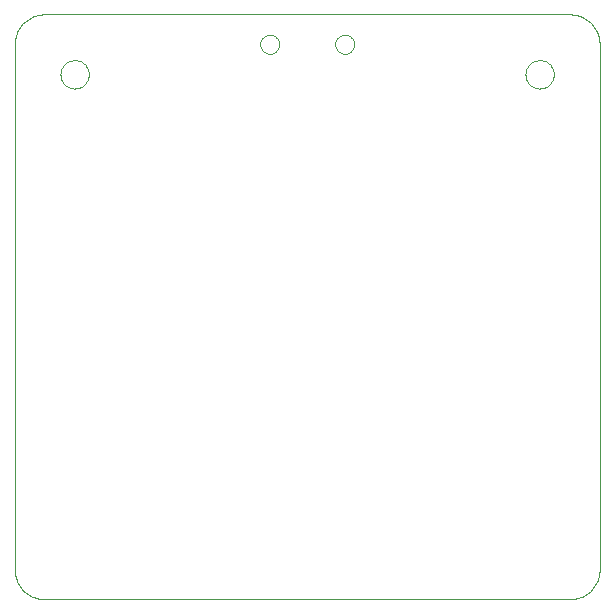
<source format=gtp>
G75*
G70*
%OFA0B0*%
%FSLAX24Y24*%
%IPPOS*%
%LPD*%
%AMOC8*
5,1,8,0,0,1.08239X$1,22.5*
%
%ADD10C,0.0000*%
D10*
X000655Y001655D02*
X000655Y019155D01*
X000657Y019215D01*
X000662Y019276D01*
X000671Y019335D01*
X000684Y019394D01*
X000700Y019453D01*
X000720Y019510D01*
X000743Y019565D01*
X000770Y019620D01*
X000799Y019672D01*
X000832Y019723D01*
X000868Y019772D01*
X000906Y019818D01*
X000948Y019862D01*
X000992Y019904D01*
X001038Y019942D01*
X001087Y019978D01*
X001138Y020011D01*
X001190Y020040D01*
X001245Y020067D01*
X001300Y020090D01*
X001357Y020110D01*
X001416Y020126D01*
X001475Y020139D01*
X001534Y020148D01*
X001595Y020153D01*
X001655Y020155D01*
X019155Y020155D01*
X019215Y020153D01*
X019276Y020148D01*
X019335Y020139D01*
X019394Y020126D01*
X019453Y020110D01*
X019510Y020090D01*
X019565Y020067D01*
X019620Y020040D01*
X019672Y020011D01*
X019723Y019978D01*
X019772Y019942D01*
X019818Y019904D01*
X019862Y019862D01*
X019904Y019818D01*
X019942Y019772D01*
X019978Y019723D01*
X020011Y019672D01*
X020040Y019620D01*
X020067Y019565D01*
X020090Y019510D01*
X020110Y019453D01*
X020126Y019394D01*
X020139Y019335D01*
X020148Y019276D01*
X020153Y019215D01*
X020155Y019155D01*
X020155Y001655D01*
X020153Y001595D01*
X020148Y001534D01*
X020139Y001475D01*
X020126Y001416D01*
X020110Y001357D01*
X020090Y001300D01*
X020067Y001245D01*
X020040Y001190D01*
X020011Y001138D01*
X019978Y001087D01*
X019942Y001038D01*
X019904Y000992D01*
X019862Y000948D01*
X019818Y000906D01*
X019772Y000868D01*
X019723Y000832D01*
X019672Y000799D01*
X019620Y000770D01*
X019565Y000743D01*
X019510Y000720D01*
X019453Y000700D01*
X019394Y000684D01*
X019335Y000671D01*
X019276Y000662D01*
X019215Y000657D01*
X019155Y000655D01*
X001655Y000655D01*
X001595Y000657D01*
X001534Y000662D01*
X001475Y000671D01*
X001416Y000684D01*
X001357Y000700D01*
X001300Y000720D01*
X001245Y000743D01*
X001190Y000770D01*
X001138Y000799D01*
X001087Y000832D01*
X001038Y000868D01*
X000992Y000906D01*
X000948Y000948D01*
X000906Y000992D01*
X000868Y001038D01*
X000832Y001087D01*
X000799Y001138D01*
X000770Y001190D01*
X000743Y001245D01*
X000720Y001300D01*
X000700Y001357D01*
X000684Y001416D01*
X000671Y001475D01*
X000662Y001534D01*
X000657Y001595D01*
X000655Y001655D01*
X002183Y018155D02*
X002185Y018198D01*
X002191Y018240D01*
X002201Y018282D01*
X002214Y018323D01*
X002231Y018363D01*
X002252Y018400D01*
X002276Y018436D01*
X002303Y018469D01*
X002333Y018500D01*
X002366Y018528D01*
X002401Y018553D01*
X002438Y018574D01*
X002477Y018592D01*
X002517Y018606D01*
X002559Y018617D01*
X002601Y018624D01*
X002644Y018627D01*
X002687Y018626D01*
X002730Y018621D01*
X002772Y018612D01*
X002813Y018600D01*
X002853Y018584D01*
X002891Y018564D01*
X002927Y018541D01*
X002961Y018514D01*
X002993Y018485D01*
X003021Y018453D01*
X003047Y018418D01*
X003069Y018382D01*
X003088Y018343D01*
X003103Y018303D01*
X003115Y018262D01*
X003123Y018219D01*
X003127Y018176D01*
X003127Y018134D01*
X003123Y018091D01*
X003115Y018048D01*
X003103Y018007D01*
X003088Y017967D01*
X003069Y017928D01*
X003047Y017892D01*
X003021Y017857D01*
X002993Y017825D01*
X002961Y017796D01*
X002927Y017769D01*
X002891Y017746D01*
X002853Y017726D01*
X002813Y017710D01*
X002772Y017698D01*
X002730Y017689D01*
X002687Y017684D01*
X002644Y017683D01*
X002601Y017686D01*
X002559Y017693D01*
X002517Y017704D01*
X002477Y017718D01*
X002438Y017736D01*
X002401Y017757D01*
X002366Y017782D01*
X002333Y017810D01*
X002303Y017841D01*
X002276Y017874D01*
X002252Y017910D01*
X002231Y017947D01*
X002214Y017987D01*
X002201Y018028D01*
X002191Y018070D01*
X002185Y018112D01*
X002183Y018155D01*
X008840Y019155D02*
X008842Y019190D01*
X008848Y019225D01*
X008858Y019259D01*
X008871Y019292D01*
X008888Y019323D01*
X008909Y019351D01*
X008932Y019378D01*
X008959Y019401D01*
X008987Y019422D01*
X009018Y019439D01*
X009051Y019452D01*
X009085Y019462D01*
X009120Y019468D01*
X009155Y019470D01*
X009190Y019468D01*
X009225Y019462D01*
X009259Y019452D01*
X009292Y019439D01*
X009323Y019422D01*
X009351Y019401D01*
X009378Y019378D01*
X009401Y019351D01*
X009422Y019323D01*
X009439Y019292D01*
X009452Y019259D01*
X009462Y019225D01*
X009468Y019190D01*
X009470Y019155D01*
X009468Y019120D01*
X009462Y019085D01*
X009452Y019051D01*
X009439Y019018D01*
X009422Y018987D01*
X009401Y018959D01*
X009378Y018932D01*
X009351Y018909D01*
X009323Y018888D01*
X009292Y018871D01*
X009259Y018858D01*
X009225Y018848D01*
X009190Y018842D01*
X009155Y018840D01*
X009120Y018842D01*
X009085Y018848D01*
X009051Y018858D01*
X009018Y018871D01*
X008987Y018888D01*
X008959Y018909D01*
X008932Y018932D01*
X008909Y018959D01*
X008888Y018987D01*
X008871Y019018D01*
X008858Y019051D01*
X008848Y019085D01*
X008842Y019120D01*
X008840Y019155D01*
X011340Y019155D02*
X011342Y019190D01*
X011348Y019225D01*
X011358Y019259D01*
X011371Y019292D01*
X011388Y019323D01*
X011409Y019351D01*
X011432Y019378D01*
X011459Y019401D01*
X011487Y019422D01*
X011518Y019439D01*
X011551Y019452D01*
X011585Y019462D01*
X011620Y019468D01*
X011655Y019470D01*
X011690Y019468D01*
X011725Y019462D01*
X011759Y019452D01*
X011792Y019439D01*
X011823Y019422D01*
X011851Y019401D01*
X011878Y019378D01*
X011901Y019351D01*
X011922Y019323D01*
X011939Y019292D01*
X011952Y019259D01*
X011962Y019225D01*
X011968Y019190D01*
X011970Y019155D01*
X011968Y019120D01*
X011962Y019085D01*
X011952Y019051D01*
X011939Y019018D01*
X011922Y018987D01*
X011901Y018959D01*
X011878Y018932D01*
X011851Y018909D01*
X011823Y018888D01*
X011792Y018871D01*
X011759Y018858D01*
X011725Y018848D01*
X011690Y018842D01*
X011655Y018840D01*
X011620Y018842D01*
X011585Y018848D01*
X011551Y018858D01*
X011518Y018871D01*
X011487Y018888D01*
X011459Y018909D01*
X011432Y018932D01*
X011409Y018959D01*
X011388Y018987D01*
X011371Y019018D01*
X011358Y019051D01*
X011348Y019085D01*
X011342Y019120D01*
X011340Y019155D01*
X017683Y018155D02*
X017685Y018198D01*
X017691Y018240D01*
X017701Y018282D01*
X017714Y018323D01*
X017731Y018363D01*
X017752Y018400D01*
X017776Y018436D01*
X017803Y018469D01*
X017833Y018500D01*
X017866Y018528D01*
X017901Y018553D01*
X017938Y018574D01*
X017977Y018592D01*
X018017Y018606D01*
X018059Y018617D01*
X018101Y018624D01*
X018144Y018627D01*
X018187Y018626D01*
X018230Y018621D01*
X018272Y018612D01*
X018313Y018600D01*
X018353Y018584D01*
X018391Y018564D01*
X018427Y018541D01*
X018461Y018514D01*
X018493Y018485D01*
X018521Y018453D01*
X018547Y018418D01*
X018569Y018382D01*
X018588Y018343D01*
X018603Y018303D01*
X018615Y018262D01*
X018623Y018219D01*
X018627Y018176D01*
X018627Y018134D01*
X018623Y018091D01*
X018615Y018048D01*
X018603Y018007D01*
X018588Y017967D01*
X018569Y017928D01*
X018547Y017892D01*
X018521Y017857D01*
X018493Y017825D01*
X018461Y017796D01*
X018427Y017769D01*
X018391Y017746D01*
X018353Y017726D01*
X018313Y017710D01*
X018272Y017698D01*
X018230Y017689D01*
X018187Y017684D01*
X018144Y017683D01*
X018101Y017686D01*
X018059Y017693D01*
X018017Y017704D01*
X017977Y017718D01*
X017938Y017736D01*
X017901Y017757D01*
X017866Y017782D01*
X017833Y017810D01*
X017803Y017841D01*
X017776Y017874D01*
X017752Y017910D01*
X017731Y017947D01*
X017714Y017987D01*
X017701Y018028D01*
X017691Y018070D01*
X017685Y018112D01*
X017683Y018155D01*
M02*

</source>
